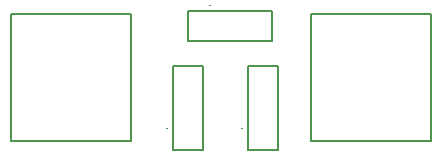
<source format=gbr>
%FSLAX34Y34*%
%MOMM*%
%LNSILK_TOP*%
G71*
G01*
%ADD10C,0.150*%
%ADD11C,0.167*%
%LPD*%
G54D10*
X254000Y990600D02*
X355600Y990600D01*
X355600Y882650D01*
X254000Y882650D01*
X254000Y990600D01*
G54D10*
X220806Y967488D02*
X220806Y992888D01*
X149206Y992888D01*
X149206Y967488D01*
X220806Y967488D01*
G54D11*
X168150Y998279D02*
X168150Y998279D01*
G54D10*
X0Y990600D02*
X101600Y990600D01*
X101600Y882650D01*
X0Y882650D01*
X0Y990600D01*
G54D10*
X162360Y946438D02*
X136960Y946438D01*
X136960Y874838D01*
X162360Y874838D01*
X162360Y946438D01*
G54D11*
X131569Y893782D02*
X131569Y893782D01*
G54D10*
X225860Y946438D02*
X200460Y946438D01*
X200460Y874838D01*
X225860Y874838D01*
X225860Y946438D01*
G54D11*
X195069Y893782D02*
X195069Y893782D01*
M02*

</source>
